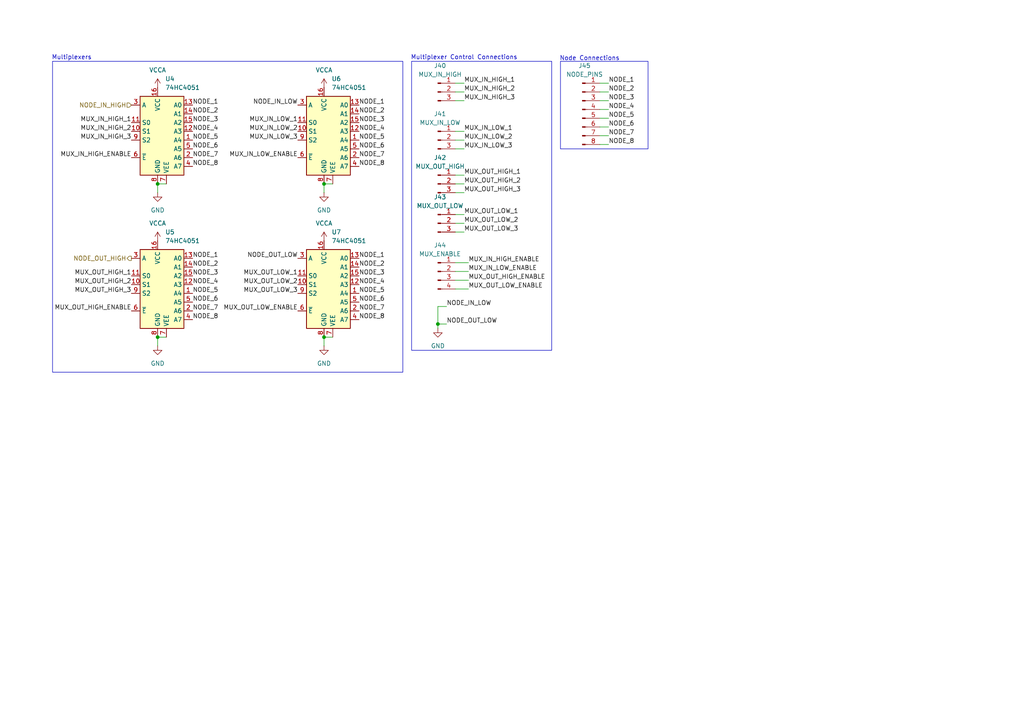
<source format=kicad_sch>
(kicad_sch (version 20231120) (generator "eeschema") (generator_version "8.0")
  (paper "A4")
  (lib_symbols
    (symbol "74xx:74HC4051"
      (property "Reference" "U" (at -5.08 11.43 0))
      (property "Value" "74HC4051" (at -7.62 -13.97 0))
      (symbol "74HC4051_0_1"
        (rectangle (start -5.08 10.16) (end 7.62 -12.7) (stroke (width 0.254)) (fill (type background)))
      )
      (symbol "74HC4051_1_1"
        (pin passive line (at 10.16 -2.54 180) (length 2.54) (name "A4") (number "1"))
        (pin input line (at -7.62 0 0) (length 2.54) (name "S1") (number "10"))
        (pin input line (at -7.62 2.54 0) (length 2.54) (name "S0") (number "11"))
        (pin passive line (at 10.16 0 180) (length 2.54) (name "A3") (number "12"))
        (pin passive line (at 10.16 7.62 180) (length 2.54) (name "A0") (number "13"))
        (pin passive line (at 10.16 5.08 180) (length 2.54) (name "A1") (number "14"))
        (pin passive line (at 10.16 2.54 180) (length 2.54) (name "A2") (number "15"))
        (pin power_in line (at 0 12.7 270) (length 2.54) (name "VCC") (number "16"))
        (pin passive line (at 10.16 -7.62 180) (length 2.54) (name "A6") (number "2"))
        (pin passive line (at -7.62 7.62 0) (length 2.54) (name "A") (number "3"))
        (pin passive line (at 10.16 -10.16 180) (length 2.54) (name "A7") (number "4"))
        (pin passive line (at 10.16 -5.08 180) (length 2.54) (name "A5") (number "5"))
        (pin input line (at -7.62 -7.62 0) (length 2.54) (name "~{E}") (number "6"))
        (pin power_in line (at 2.54 -15.24 90) (length 2.54) (name "VEE") (number "7"))
        (pin power_in line (at 0 -15.24 90) (length 2.54) (name "GND") (number "8"))
        (pin input line (at -7.62 -2.54 0) (length 2.54) (name "S2") (number "9"))
      )
    )
    (symbol "Connector:Conn_01x03_Pin" (pin_names (offset 1.016) hide)
      (property "Reference" "J" (at 0 5.08 0))
      (property "Value" "Conn_01x03_Pin" (at 0 -5.08 0))
      (symbol "Conn_01x03_Pin_1_1"
        (polyline (pts (xy 1.27 -2.54) (xy 0.8636 -2.54)) (stroke (width 0.1524)))
        (polyline (pts (xy 1.27 0) (xy 0.8636 0)) (stroke (width 0.1524)))
        (polyline (pts (xy 1.27 2.54) (xy 0.8636 2.54)) (stroke (width 0.1524)))
        (rectangle (start 0.8636 -2.413) (end 0 -2.667) (stroke (width 0.1524)) (fill (type outline)))
        (rectangle (start 0.8636 0.127) (end 0 -0.127) (stroke (width 0.1524)) (fill (type outline)))
        (rectangle (start 0.8636 2.667) (end 0 2.413) (stroke (width 0.1524)) (fill (type outline)))
        (pin passive line (at 5.08 2.54 180) (length 3.81) (name "Pin_1") (number "1"))
        (pin passive line (at 5.08 0 180) (length 3.81) (name "Pin_2") (number "2"))
        (pin passive line (at 5.08 -2.54 180) (length 3.81) (name "Pin_3") (number "3"))
      )
    )
    (symbol "Connector:Conn_01x04_Pin" (pin_names (offset 1.016) hide)
      (property "Reference" "J" (at 0 5.08 0))
      (property "Value" "Conn_01x04_Pin" (at 0 -7.62 0))
      (symbol "Conn_01x04_Pin_1_1"
        (polyline (pts (xy 1.27 -5.08) (xy 0.8636 -5.08)) (stroke (width 0.1524)))
        (polyline (pts (xy 1.27 -2.54) (xy 0.8636 -2.54)) (stroke (width 0.1524)))
        (polyline (pts (xy 1.27 0) (xy 0.8636 0)) (stroke (width 0.1524)))
        (polyline (pts (xy 1.27 2.54) (xy 0.8636 2.54)) (stroke (width 0.1524)))
        (rectangle (start 0.8636 -4.953) (end 0 -5.207) (stroke (width 0.1524)) (fill (type outline)))
        (rectangle (start 0.8636 -2.413) (end 0 -2.667) (stroke (width 0.1524)) (fill (type outline)))
        (rectangle (start 0.8636 0.127) (end 0 -0.127) (stroke (width 0.1524)) (fill (type outline)))
        (rectangle (start 0.8636 2.667) (end 0 2.413) (stroke (width 0.1524)) (fill (type outline)))
        (pin passive line (at 5.08 2.54 180) (length 3.81) (name "Pin_1") (number "1"))
        (pin passive line (at 5.08 0 180) (length 3.81) (name "Pin_2") (number "2"))
        (pin passive line (at 5.08 -2.54 180) (length 3.81) (name "Pin_3") (number "3"))
        (pin passive line (at 5.08 -5.08 180) (length 3.81) (name "Pin_4") (number "4"))
      )
    )
    (symbol "Connector:Conn_01x08_Pin" (pin_names (offset 1.016) hide)
      (property "Reference" "J" (at 0 10.16 0))
      (property "Value" "Conn_01x08_Pin" (at 0 -12.7 0))
      (symbol "Conn_01x08_Pin_1_1"
        (polyline (pts (xy 1.27 -10.16) (xy 0.8636 -10.16)) (stroke (width 0.1524)))
        (polyline (pts (xy 1.27 -7.62) (xy 0.8636 -7.62)) (stroke (width 0.1524)))
        (polyline (pts (xy 1.27 -5.08) (xy 0.8636 -5.08)) (stroke (width 0.1524)))
        (polyline (pts (xy 1.27 -2.54) (xy 0.8636 -2.54)) (stroke (width 0.1524)))
        (polyline (pts (xy 1.27 0) (xy 0.8636 0)) (stroke (width 0.1524)))
        (polyline (pts (xy 1.27 2.54) (xy 0.8636 2.54)) (stroke (width 0.1524)))
        (polyline (pts (xy 1.27 5.08) (xy 0.8636 5.08)) (stroke (width 0.1524)))
        (polyline (pts (xy 1.27 7.62) (xy 0.8636 7.62)) (stroke (width 0.1524)))
        (rectangle (start 0.8636 -10.033) (end 0 -10.287) (stroke (width 0.1524)) (fill (type outline)))
        (rectangle (start 0.8636 -7.493) (end 0 -7.747) (stroke (width 0.1524)) (fill (type outline)))
        (rectangle (start 0.8636 -4.953) (end 0 -5.207) (stroke (width 0.1524)) (fill (type outline)))
        (rectangle (start 0.8636 -2.413) (end 0 -2.667) (stroke (width 0.1524)) (fill (type outline)))
        (rectangle (start 0.8636 0.127) (end 0 -0.127) (stroke (width 0.1524)) (fill (type outline)))
        (rectangle (start 0.8636 2.667) (end 0 2.413) (stroke (width 0.1524)) (fill (type outline)))
        (rectangle (start 0.8636 5.207) (end 0 4.953) (stroke (width 0.1524)) (fill (type outline)))
        (rectangle (start 0.8636 7.747) (end 0 7.493) (stroke (width 0.1524)) (fill (type outline)))
        (pin passive line (at 5.08 7.62 180) (length 3.81) (name "Pin_1") (number "1"))
        (pin passive line (at 5.08 5.08 180) (length 3.81) (name "Pin_2") (number "2"))
        (pin passive line (at 5.08 2.54 180) (length 3.81) (name "Pin_3") (number "3"))
        (pin passive line (at 5.08 0 180) (length 3.81) (name "Pin_4") (number "4"))
        (pin passive line (at 5.08 -2.54 180) (length 3.81) (name "Pin_5") (number "5"))
        (pin passive line (at 5.08 -5.08 180) (length 3.81) (name "Pin_6") (number "6"))
        (pin passive line (at 5.08 -7.62 180) (length 3.81) (name "Pin_7") (number "7"))
        (pin passive line (at 5.08 -10.16 180) (length 3.81) (name "Pin_8") (number "8"))
      )
    )
    (symbol "power:GND" (power) (pin_numbers hide) (pin_names (offset 0) hide)
      (property "Value" "GND" (at 0 -3.81 0))
      (symbol "GND_0_1"
        (polyline (pts (xy 0 0) (xy 0 -1.27) (xy 1.27 -1.27) (xy 0 -2.54) (xy -1.27 -1.27) (xy 0 -1.27)))
      )
      (symbol "GND_1_1"
        (pin power_in line (at 0 0 270) (length 0) (name "~") (number "1"))
      )
    )
    (symbol "power:VCC" (power) (pin_numbers hide) (pin_names (offset 0) hide)
      (property "Value" "VCC" (at 0 3.556 0))
      (symbol "VCC_0_1"
        (polyline (pts (xy -0.762 1.27) (xy 0 2.54)))
        (polyline (pts (xy 0 0) (xy 0 2.54)))
        (polyline (pts (xy 0 2.54) (xy 0.762 1.27)))
      )
      (symbol "VCC_1_1"
        (pin power_in line (at 0 0 90) (length 0) (name "~") (number "1"))
      )
    )
  )
  (junction (at 93.98 53.34))
  (junction (at 45.72 53.34))
  (junction (at 45.72 97.79))
  (junction (at 93.98 97.79))
  (junction (at 127 93.98))
  (wire (pts (xy 176.53 24.13) (xy 173.99 24.13)))
  (wire (pts (xy 93.98 53.34) (xy 96.52 53.34)))
  (wire (pts (xy 176.53 34.29) (xy 173.99 34.29)))
  (wire (pts (xy 134.62 43.18) (xy 132.08 43.18)))
  (wire (pts (xy 134.62 55.88) (xy 132.08 55.88)))
  (wire (pts (xy 176.53 36.83) (xy 173.99 36.83)))
  (wire (pts (xy 45.72 97.79) (xy 45.72 100.33)))
  (wire (pts (xy 93.98 97.79) (xy 96.52 97.79)))
  (wire (pts (xy 176.53 26.67) (xy 173.99 26.67)))
  (wire (pts (xy 176.53 29.21) (xy 173.99 29.21)))
  (wire (pts (xy 127 95.25) (xy 127 93.98)))
  (wire (pts (xy 135.89 78.74) (xy 132.08 78.74)))
  (wire (pts (xy 176.53 31.75) (xy 173.99 31.75)))
  (wire (pts (xy 134.62 67.31) (xy 132.08 67.31)))
  (wire (pts (xy 129.54 88.9) (xy 127 88.9)))
  (wire (pts (xy 45.72 53.34) (xy 48.26 53.34)))
  (wire (pts (xy 135.89 76.2) (xy 132.08 76.2)))
  (wire (pts (xy 45.72 97.79) (xy 48.26 97.79)))
  (wire (pts (xy 134.62 62.23) (xy 132.08 62.23)))
  (wire (pts (xy 176.53 39.37) (xy 173.99 39.37)))
  (wire (pts (xy 134.62 40.64) (xy 132.08 40.64)))
  (wire (pts (xy 93.98 53.34) (xy 93.98 55.88)))
  (wire (pts (xy 134.62 29.21) (xy 132.08 29.21)))
  (wire (pts (xy 135.89 81.28) (xy 132.08 81.28)))
  (wire (pts (xy 134.62 38.1) (xy 132.08 38.1)))
  (wire (pts (xy 135.89 83.82) (xy 132.08 83.82)))
  (wire (pts (xy 134.62 24.13) (xy 132.08 24.13)))
  (wire (pts (xy 134.62 50.8) (xy 132.08 50.8)))
  (wire (pts (xy 127 88.9) (xy 127 93.98)))
  (wire (pts (xy 134.62 53.34) (xy 132.08 53.34)))
  (wire (pts (xy 127 93.98) (xy 129.54 93.98)))
  (wire (pts (xy 176.53 41.91) (xy 173.99 41.91)))
  (wire (pts (xy 45.72 53.34) (xy 45.72 55.88)))
  (wire (pts (xy 134.62 26.67) (xy 132.08 26.67)))
  (wire (pts (xy 134.62 64.77) (xy 132.08 64.77)))
  (wire (pts (xy 93.98 97.79) (xy 93.98 100.33)))
  (rectangle (start 119.38 17.78) (end 160.02 101.6))
  (rectangle (start 162.56 17.78) (end 187.96 43.18))
  (rectangle (start 15.24 17.78) (end 116.84 107.95))
  (text "Multiplexer Control Connections\n\n" (at 119.126 17.78 0) (effects (font (size 1.27 1.27)) (justify left)))
  (text "Multiplexers" (at 14.986 16.764 0) (effects (font (size 1.27 1.27)) (justify left)))
  (text "Node Connections" (at 162.306 17.018 0) (effects (font (size 1.27 1.27)) (justify left)))
  (label "NODE_8" (at 104.14 92.71 0))
  (label "NODE_1" (at 104.14 74.93 0))
  (label "MUX_IN_HIGH_1" (at 134.62 24.13 0))
  (label "NODE_8" (at 55.88 48.26 0))
  (label "MUX_IN_LOW_3" (at 86.36 40.64 180))
  (label "MUX_IN_HIGH_2" (at 134.62 26.67 0))
  (label "NODE_7" (at 55.88 90.17 0))
  (label "MUX_IN_LOW_2" (at 134.62 40.64 0))
  (label "NODE_3" (at 55.88 35.56 0))
  (label "MUX_IN_HIGH_ENABLE" (at 135.89 76.2 0))
  (label "NODE_3" (at 55.88 80.01 0))
  (label "NODE_OUT_LOW" (at 86.36 74.93 180))
  (label "NODE_7" (at 104.14 45.72 0))
  (label "NODE_5" (at 176.53 34.29 0))
  (label "MUX_OUT_LOW_1" (at 134.62 62.23 0))
  (label "NODE_6" (at 55.88 87.63 0))
  (label "MUX_IN_HIGH_2" (at 38.1 38.1 180))
  (label "NODE_4" (at 55.88 38.1 0))
  (label "NODE_1" (at 55.88 74.93 0))
  (label "MUX_OUT_LOW_ENABLE" (at 86.36 90.17 180))
  (label "NODE_2" (at 55.88 33.02 0))
  (label "NODE_6" (at 104.14 87.63 0))
  (label "NODE_3" (at 176.53 29.21 0))
  (label "MUX_IN_HIGH_1" (at 38.1 35.56 180))
  (label "NODE_5" (at 104.14 85.09 0))
  (label "MUX_IN_LOW_1" (at 134.62 38.1 0))
  (label "MUX_OUT_LOW_ENABLE" (at 135.89 83.82 0))
  (label "NODE_3" (at 104.14 80.01 0))
  (label "MUX_OUT_HIGH_2" (at 38.1 82.55 180))
  (label "MUX_IN_HIGH_3" (at 134.62 29.21 0))
  (label "NODE_4" (at 55.88 82.55 0))
  (label "NODE_OUT_LOW" (at 129.54 93.98 0))
  (label "MUX_OUT_LOW_3" (at 86.36 85.09 180))
  (label "NODE_4" (at 104.14 38.1 0))
  (label "NODE_2" (at 55.88 77.47 0))
  (label "NODE_8" (at 104.14 48.26 0))
  (label "MUX_IN_LOW_3" (at 134.62 43.18 0))
  (label "MUX_OUT_LOW_2" (at 134.62 64.77 0))
  (label "NODE_6" (at 55.88 43.18 0))
  (label "NODE_6" (at 104.14 43.18 0))
  (label "NODE_4" (at 104.14 82.55 0))
  (label "MUX_IN_HIGH_ENABLE" (at 38.1 45.72 180))
  (label "MUX_IN_LOW_ENABLE" (at 86.36 45.72 180))
  (label "MUX_IN_HIGH_3" (at 38.1 40.64 180))
  (label "NODE_5" (at 55.88 85.09 0))
  (label "MUX_OUT_HIGH_ENABLE" (at 135.89 81.28 0))
  (label "MUX_OUT_HIGH_1" (at 134.62 50.8 0))
  (label "NODE_1" (at 176.53 24.13 0))
  (label "MUX_OUT_HIGH_3" (at 134.62 55.88 0))
  (label "MUX_OUT_HIGH_3" (at 38.1 85.09 180))
  (label "MUX_OUT_LOW_2" (at 86.36 82.55 180))
  (label "NODE_1" (at 55.88 30.48 0))
  (label "MUX_OUT_HIGH_2" (at 134.62 53.34 0))
  (label "NODE_5" (at 55.88 40.64 0))
  (label "NODE_1" (at 104.14 30.48 0))
  (label "NODE_3" (at 104.14 35.56 0))
  (label "MUX_IN_LOW_2" (at 86.36 38.1 180))
  (label "MUX_OUT_HIGH_ENABLE" (at 38.1 90.17 180))
  (label "NODE_6" (at 176.53 36.83 0))
  (label "NODE_5" (at 104.14 40.64 0))
  (label "NODE_IN_LOW" (at 86.36 30.48 180))
  (label "MUX_IN_LOW_1" (at 86.36 35.56 180))
  (label "MUX_IN_LOW_ENABLE" (at 135.89 78.74 0))
  (label "NODE_2" (at 176.53 26.67 0))
  (label "MUX_OUT_LOW_1" (at 86.36 80.01 180))
  (label "NODE_7" (at 55.88 45.72 0))
  (label "NODE_IN_LOW" (at 129.54 88.9 0))
  (label "NODE_8" (at 176.53 41.91 0))
  (label "NODE_7" (at 104.14 90.17 0))
  (label "MUX_OUT_HIGH_1" (at 38.1 80.01 180))
  (label "NODE_8" (at 55.88 92.71 0))
  (label "NODE_2" (at 104.14 77.47 0))
  (label "NODE_7" (at 176.53 39.37 0))
  (label "MUX_OUT_LOW_3" (at 134.62 67.31 0))
  (label "NODE_2" (at 104.14 33.02 0))
  (label "NODE_4" (at 176.53 31.75 0))
  (hierarchical_label "NODE_IN_HIGH" (shape input) (at 38.1 30.48 180))
  (hierarchical_label "NODE_OUT_HIGH" (shape output) (at 38.1 74.93 180))
  (symbol (lib_id "Connector:Conn_01x04_Pin") (at 127 78.74 0) (unit 1)
    (property "Reference" "J44" (at 127.635 71.12 0))
    (property "Value" "MUX_ENABLE" (at 127.635 73.66 0))
    (property "Footprint" "Connector_PinHeader_2.54mm:PinHeader_1x04_P2.54mm_Vertical" (effects (hide yes)))
    (property "Description" "Generic connector, single row, 01x04, script generated" (effects (hide yes)))
  )
  (symbol (lib_id "74xx:74HC4051") (at 93.98 82.55 0) (unit 1)
    (property "Reference" "U7" (at 96.1741 67.31 0) (effects (justify left)))
    (property "Value" "74HC4051" (at 96.1741 69.85 0) (effects (justify left)))
    (property "Footprint" "Package_SO:SOIC-16_3.9x9.9mm_P1.27mm" (effects (hide yes)))
    (property "Datasheet" "http://www.ti.com/lit/ds/symlink/cd74hc4051.pdf" (effects (hide yes)))
    (property "Description" "8-channel analog multiplexer/demultiplexer, DIP-16/SOIC-16/TSSOP-16" (effects (hide yes)))
  )
  (symbol (lib_id "Connector:Conn_01x03_Pin") (at 127 53.34 0) (unit 1)
    (property "Reference" "J42" (at 127.635 45.72 0))
    (property "Value" "MUX_OUT_HIGH" (at 127.635 48.26 0))
    (property "Footprint" "Connector_PinHeader_2.54mm:PinHeader_1x03_P2.54mm_Vertical" (effects (hide yes)))
    (property "Description" "Generic connector, single row, 01x03, script generated" (effects (hide yes)))
  )
  (symbol (lib_id "Connector:Conn_01x03_Pin") (at 127 40.64 0) (unit 1)
    (property "Reference" "J41" (at 127.635 33.02 0))
    (property "Value" "MUX_IN_LOW" (at 127.635 35.56 0))
    (property "Footprint" "Connector_PinHeader_2.54mm:PinHeader_1x03_P2.54mm_Vertical" (effects (hide yes)))
    (property "Description" "Generic connector, single row, 01x03, script generated" (effects (hide yes)))
  )
  (symbol (lib_id "74xx:74HC4051") (at 93.98 38.1 0) (unit 1)
    (property "Reference" "U6" (at 96.1741 22.86 0) (effects (justify left)))
    (property "Value" "74HC4051" (at 96.1741 25.4 0) (effects (justify left)))
    (property "Footprint" "Package_SO:SOIC-16_3.9x9.9mm_P1.27mm" (effects (hide yes)))
    (property "Datasheet" "http://www.ti.com/lit/ds/symlink/cd74hc4051.pdf" (effects (hide yes)))
    (property "Description" "8-channel analog multiplexer/demultiplexer, DIP-16/SOIC-16/TSSOP-16" (effects (hide yes)))
  )
  (symbol (lib_id "Connector:Conn_01x08_Pin") (at 168.91 31.75 0) (unit 1)
    (property "Reference" "J45" (at 169.545 19.05 0))
    (property "Value" "NODE_PINS" (at 169.545 21.59 0))
    (property "Footprint" "Connector_PinHeader_2.54mm:PinHeader_2x04_P2.54mm_Vertical" (effects (hide yes)))
    (property "Description" "Generic connector, single row, 01x08, script generated" (effects (hide yes)))
  )
  (symbol (lib_id "74xx:74HC4051") (at 45.72 38.1 0) (unit 1)
    (property "Reference" "U4" (at 47.9141 22.86 0) (effects (justify left)))
    (property "Value" "74HC4051" (at 47.9141 25.4 0) (effects (justify left)))
    (property "Footprint" "Package_SO:SOIC-16_3.9x9.9mm_P1.27mm" (effects (hide yes)))
    (property "Datasheet" "http://www.ti.com/lit/ds/symlink/cd74hc4051.pdf" (effects (hide yes)))
    (property "Description" "8-channel analog multiplexer/demultiplexer, DIP-16/SOIC-16/TSSOP-16" (effects (hide yes)))
  )
  (symbol (lib_id "power:GND") (at 127 95.25 0) (unit 1)
    (property "Reference" "#PWR026" (effects (hide yes)))
    (property "Value" "GND" (at 127 100.33 0))
    (property "Description" "Power symbol creates a global label with name \"GND\" , ground" (effects (hide yes)))
  )
  (symbol (lib_id "power:GND") (at 45.72 100.33 0) (unit 1)
    (property "Reference" "#PWR016" (effects (hide yes)))
    (property "Value" "GND" (at 45.72 105.41 0))
    (property "Description" "Power symbol creates a global label with name \"GND\" , ground" (effects (hide yes)))
  )
  (symbol (lib_id "power:VCC") (at 45.72 25.4 0) (unit 1)
    (property "Reference" "#PWR07" (effects (hide yes)))
    (property "Value" "VCCA" (at 45.72 20.32 0))
    (property "Description" "Power symbol creates a global label with name \"VCC\"" (effects (hide yes)))
  )
  (symbol (lib_id "power:GND") (at 93.98 55.88 0) (unit 1)
    (property "Reference" "#PWR018" (effects (hide yes)))
    (property "Value" "GND" (at 93.98 60.96 0))
    (property "Description" "Power symbol creates a global label with name \"GND\" , ground" (effects (hide yes)))
  )
  (symbol (lib_id "power:VCC") (at 93.98 25.4 0) (unit 1)
    (property "Reference" "#PWR017" (effects (hide yes)))
    (property "Value" "VCCA" (at 93.98 20.32 0))
    (property "Description" "Power symbol creates a global label with name \"VCC\"" (effects (hide yes)))
  )
  (symbol (lib_id "74xx:74HC4051") (at 45.72 82.55 0) (unit 1)
    (property "Reference" "U5" (at 47.9141 67.31 0) (effects (justify left)))
    (property "Value" "74HC4051" (at 47.9141 69.85 0) (effects (justify left)))
    (property "Footprint" "Package_SO:SOIC-16_3.9x9.9mm_P1.27mm" (effects (hide yes)))
    (property "Datasheet" "http://www.ti.com/lit/ds/symlink/cd74hc4051.pdf" (effects (hide yes)))
    (property "Description" "8-channel analog multiplexer/demultiplexer, DIP-16/SOIC-16/TSSOP-16" (effects (hide yes)))
  )
  (symbol (lib_id "Connector:Conn_01x03_Pin") (at 127 26.67 0) (unit 1)
    (property "Reference" "J40" (at 127.635 19.05 0))
    (property "Value" "MUX_IN_HIGH" (at 127.635 21.59 0))
    (property "Footprint" "Connector_PinHeader_2.54mm:PinHeader_1x03_P2.54mm_Vertical" (effects (hide yes)))
    (property "Description" "Generic connector, single row, 01x03, script generated" (effects (hide yes)))
  )
  (symbol (lib_id "power:VCC") (at 93.98 69.85 0) (unit 1)
    (property "Reference" "#PWR019" (effects (hide yes)))
    (property "Value" "VCCA" (at 93.98 64.77 0))
    (property "Description" "Power symbol creates a global label with name \"VCC\"" (effects (hide yes)))
  )
  (symbol (lib_id "power:GND") (at 93.98 100.33 0) (unit 1)
    (property "Reference" "#PWR021" (effects (hide yes)))
    (property "Value" "GND" (at 93.98 105.41 0))
    (property "Description" "Power symbol creates a global label with name \"GND\" , ground" (effects (hide yes)))
  )
  (symbol (lib_id "power:VCC") (at 45.72 69.85 0) (unit 1)
    (property "Reference" "#PWR015" (effects (hide yes)))
    (property "Value" "VCCA" (at 45.72 64.77 0))
    (property "Description" "Power symbol creates a global label with name \"VCC\"" (effects (hide yes)))
  )
  (symbol (lib_id "Connector:Conn_01x03_Pin") (at 127 64.77 0) (unit 1)
    (property "Reference" "J43" (at 127.635 57.15 0))
    (property "Value" "MUX_OUT_LOW" (at 127.635 59.69 0))
    (property "Footprint" "Connector_PinHeader_2.54mm:PinHeader_1x03_P2.54mm_Vertical" (effects (hide yes)))
    (property "Description" "Generic connector, single row, 01x03, script generated" (effects (hide yes)))
  )
  (symbol (lib_id "power:GND") (at 45.72 55.88 0) (unit 1)
    (property "Reference" "#PWR09" (effects (hide yes)))
    (property "Value" "GND" (at 45.72 60.96 0))
    (property "Description" "Power symbol creates a global label with name \"GND\" , ground" (effects (hide yes)))
  )
)
</source>
